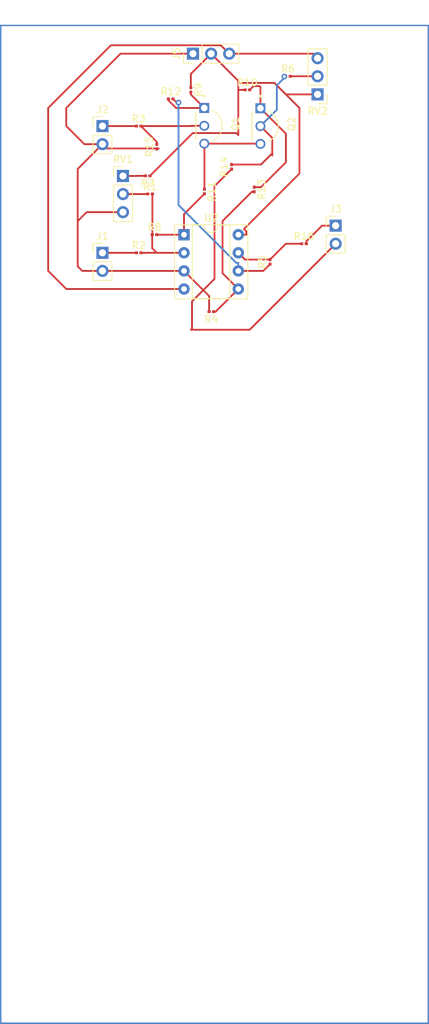
<source format=kicad_pcb>
(kicad_pcb (version 20221018) (generator pcbnew)
  (layers (0 "F.Cu" signal) (31 "B.Cu" signal) (34 "B.Paste" user) (35 "F.Paste" user) (36 "B.SilkS" user "B.Silkscreen") (37 "F.SilkS" user "F.Silkscreen") (38 "B.Mask" user) (39 "F.Mask" user) (44 "Edge.Cuts" user))
  (net 0 "")
  (net 1 "Net-(J1-Pin_1)")
  (net 2 "GND")
  (net 3 "Net-(Q1-Pad1)")
  (net 4 "Net-(Q1-Pad2)")
  (net 5 "Net-(Q1-Pad3)")
  (net 6 "Net-(Q2-Pad1)")
  (net 7 "Net-(Q2-Pad2)")
  (net 8 "Net-(R1-Pad1)")
  (net 9 "Net-(U2A--)")
  (net 10 "Net-(J2-Pin_1)")
  (net 11 "Net-(U2B-+)")
  (net 12 "Net-(U2B--)")
  (net 13 "Net-(R16-Pad1)")
  (net 14 "Net-(R6-Pad2)")
  (net 15 "+12V")
  (net 16 "Net-(R7-Pad2)")
  (net 17 "Net-(R11-Pad2)")
  (net 18 "Net-(J3-Pin_1)")
  (net 19 "-12V")
  (footprint "Package_DIP:DIP-8_W7.62mm_Socket" (layer "F.Cu") (at 115.58 68.58)
    (fp_text reference "U2" (at 3.81 -2.33) (layer "F.SilkS"))
    (fp_text value "TL072")
    (fp_line (start -1.33 -1.39) (end -1.33 9.01) (stroke (width 0.12)) (layer "F.SilkS"))
    (fp_line (start -1.33 9.01) (end 8.95 9.01) (stroke (width 0.12)) (layer "F.SilkS"))
    (fp_line (start 1.16 -1.33) (end 1.16 8.95) (stroke (width 0.12)) (layer "F.SilkS"))
    (fp_line (start 1.16 8.95) (end 6.46 8.95) (stroke (width 0.12)) (layer "F.SilkS"))
    (fp_line (start 2.81 -1.33) (end 1.16 -1.33) (stroke (width 0.12)) (layer "F.SilkS"))
    (fp_line (start 6.46 -1.33) (end 4.81 -1.33) (stroke (width 0.12)) (layer "F.SilkS"))
    (fp_line (start 6.46 8.95) (end 6.46 -1.33) (stroke (width 0.12)) (layer "F.SilkS"))
    (fp_line (start 8.95 -1.39) (end -1.33 -1.39) (stroke (width 0.12)) (layer "F.SilkS"))
    (fp_line (start 8.95 9.01) (end 8.95 -1.39) (stroke (width 0.12)) (layer "F.SilkS"))
    (fp_arc (start 4.81 -1.33) (mid 3.81 -0.33) (end 2.81 -1.33) (stroke (width 0.12)) (layer "F.SilkS"))
    (pad "1" thru_hole rect (at 0 0) (size 1.6 1.6) (drill 0.8) (layers "*.Cu" "*.Mask") (net 17 "Net-(R11-Pad2)"))
    (pad "2" thru_hole oval (at 0 2.54) (size 1.6 1.6) (drill 0.8) (layers "*.Cu" "*.Mask") (net 9 "Net-(U2A--)"))
    (pad "3" thru_hole oval (at 0 5.08) (size 1.6 1.6) (drill 0.8) (layers "*.Cu" "*.Mask") (net 2 "GND"))
    (pad "4" thru_hole oval (at 0 7.62) (size 1.6 1.6) (drill 0.8) (layers "*.Cu" "*.Mask") (net 19 "-12V"))
    (pad "5" thru_hole oval (at 7.62 7.62) (size 1.6 1.6) (drill 0.8) (layers "*.Cu" "*.Mask") (net 11 "Net-(U2B-+)"))
    (pad "6" thru_hole oval (at 7.62 5.08) (size 1.6 1.6) (drill 0.8) (layers "*.Cu" "*.Mask") (net 12 "Net-(U2B--)"))
    (pad "7" thru_hole oval (at 7.62 2.54) (size 1.6 1.6) (drill 0.8) (layers "*.Cu" "*.Mask") (net 13 "Net-(R16-Pad1)"))
    (pad "8" thru_hole oval (at 7.62 0) (size 1.6 1.6) (drill 0.8) (layers "*.Cu" "*.Mask") (net 15 "+12V"))
  )
  (footprint "BC548C:TO92250P510H770-3" (layer "F.Cu") (at 119.08 53.3 -90)
    (fp_text reference "Q1" (at -0.275 -3.735 90) (layer "F.SilkS"))
    (fp_text value "BC548C")
    (fp_line (start -1.92354 1.85) (end 1.92354 1.85) (stroke (width 0.127)) (layer "F.SilkS"))
    (fp_line (start -1.92354 1.85) (end 1.92354 1.85) (stroke (width 0.127)) (layer "F.SilkS"))
    (fp_arc (start -2.18501 -0.365001) (mid 0 -1.850002) (end 2.18501 -0.365) (stroke (width 0.127)) (layer "F.SilkS"))
    (fp_circle (center -4.2 0.655) (end -4.1 0.655) (stroke (width 0.2)) (fill none) (layer "F.SilkS"))
    (pad "1" thru_hole rect (at -2.5 0.655 270) (size 1.4 1.4) (drill 0.93) (layers "*.Cu" "*.Mask") (net 3 "Net-(Q1-Pad1)"))
    (pad "2" thru_hole circle (at 0 0.655 270) (size 1.4 1.4) (drill 0.93) (layers "*.Cu" "*.Mask") (net 4 "Net-(Q1-Pad2)"))
    (pad "3" thru_hole circle (at 2.5 0.655 270) (size 1.4 1.4) (drill 0.93) (layers "*.Cu" "*.Mask") (net 5 "Net-(Q1-Pad3)"))
  )
  (footprint "Resistor_SMD:R_0201_0603Metric" (layer "F.Cu") (at 124.48 48.26)
    (fp_text reference "R10" (at 0 -1.05) (layer "F.SilkS"))
    (fp_text value "20K")
    (pad "1" smd roundrect (at -0.32 0) (size 0.46 0.4) (layers "F.Cu" "F.Mask") (net 15 "+12V"))
    (pad "2" smd roundrect (at 0.32 0) (size 0.46 0.4) (layers "F.Cu" "F.Mask") (net 6 "Net-(Q2-Pad1)"))
  )
  (footprint "Connector_PinHeader_2.54mm:PinHeader_1x03_P2.54mm_Vertical" (layer "F.Cu") (at 134.32 48.895 180)
    (fp_text reference "RV2" (at 0 -2.33) (layer "F.SilkS"))
    (fp_text value "100K")
    (fp_line (start -1.33 -1.33) (end 0 -1.33) (stroke (width 0.12)) (layer "F.SilkS"))
    (fp_line (start -1.33 0) (end -1.33 -1.33) (stroke (width 0.12)) (layer "F.SilkS"))
    (fp_line (start -1.33 1.27) (end -1.33 6.41) (stroke (width 0.12)) (layer "F.SilkS"))
    (fp_line (start -1.33 1.27) (end 1.33 1.27) (stroke (width 0.12)) (layer "F.SilkS"))
    (fp_line (start -1.33 6.41) (end 1.33 6.41) (stroke (width 0.12)) (layer "F.SilkS"))
    (fp_line (start 1.33 1.27) (end 1.33 6.41) (stroke (width 0.12)) (layer "F.SilkS"))
    (pad "1" thru_hole rect (at 0 0 180) (size 1.7 1.7) (drill 1) (layers "*.Cu" "*.Mask") (net 15 "+12V"))
    (pad "2" thru_hole oval (at 0 2.54 180) (size 1.7 1.7) (drill 1) (layers "*.Cu" "*.Mask") (net 14 "Net-(R6-Pad2)"))
    (pad "3" thru_hole oval (at 0 5.08 180) (size 1.7 1.7) (drill 1) (layers "*.Cu" "*.Mask") (net 19 "-12V"))
  )
  (footprint "Resistor_SMD:R_0201_0603Metric" (layer "F.Cu") (at 122.255 59.055 90)
    (fp_text reference "R14" (at 0 -1.05 90) (layer "F.SilkS"))
    (fp_text value "100")
    (pad "1" smd roundrect (at -0.32 0 90) (size 0.46 0.4) (layers "F.Cu" "F.Mask") (net 2 "GND"))
    (pad "2" smd roundrect (at 0.32 0 90) (size 0.46 0.4) (layers "F.Cu" "F.Mask") (net 7 "Net-(Q2-Pad2)"))
  )
  (footprint "BC548C:TO92250P510H770-3" (layer "F.Cu") (at 126.96 53.34 -90)
    (fp_text reference "Q2" (at -0.275 -3.735 90) (layer "F.SilkS"))
    (fp_text value "BC548C")
    (fp_line (start -1.92354 1.85) (end 1.92354 1.85) (stroke (width 0.127)) (layer "F.SilkS"))
    (fp_line (start -1.92354 1.85) (end 1.92354 1.85) (stroke (width 0.127)) (layer "F.SilkS"))
    (fp_arc (start -2.18501 -0.365001) (mid 0 -1.850002) (end 2.18501 -0.365) (stroke (width 0.127)) (layer "F.SilkS"))
    (fp_circle (center -4.2 0.655) (end -4.1 0.655) (stroke (width 0.2)) (fill none) (layer "F.SilkS"))
    (pad "1" thru_hole rect (at -2.5 0.655 270) (size 1.4 1.4) (drill 0.93) (layers "*.Cu" "*.Mask") (net 6 "Net-(Q2-Pad1)"))
    (pad "2" thru_hole circle (at 0 0.655 270) (size 1.4 1.4) (drill 0.93) (layers "*.Cu" "*.Mask") (net 7 "Net-(Q2-Pad2)"))
    (pad "3" thru_hole circle (at 2.5 0.655 270) (size 1.4 1.4) (drill 0.93) (layers "*.Cu" "*.Mask") (net 5 "Net-(Q1-Pad3)"))
  )
  (footprint "Resistor_SMD:R_0201_0603Metric" (layer "F.Cu") (at 118.445 62.52 -90)
    (fp_text reference "R11" (at 0 -1.05 90) (layer "F.SilkS"))
    (fp_text value "10K")
    (pad "1" smd roundrect (at -0.32 0 270) (size 0.46 0.4) (layers "F.Cu" "F.Mask") (net 5 "Net-(Q1-Pad3)"))
    (pad "2" smd roundrect (at 0.32 0 270) (size 0.46 0.4) (layers "F.Cu" "F.Mask") (net 17 "Net-(R11-Pad2)"))
  )
  (footprint "Resistor_SMD:R_0201_0603Metric" (layer "F.Cu") (at 111.44 68.58)
    (fp_text reference "R8" (at 0 -1.05) (layer "F.SilkS"))
    (fp_text value "82K")
    (pad "1" smd roundrect (at -0.32 0) (size 0.46 0.4) (layers "F.Cu" "F.Mask") (net 9 "Net-(U2A--)"))
    (pad "2" smd roundrect (at 0.32 0) (size 0.46 0.4) (layers "F.Cu" "F.Mask") (net 17 "Net-(R11-Pad2)"))
  )
  (footprint "Resistor_SMD:R_0201_0603Metric" (layer "F.Cu") (at 132.415 69.85)
    (fp_text reference "R16" (at 0 -1.05) (layer "F.SilkS"))
    (fp_text value "1K")
    (pad "1" smd roundrect (at -0.32 0) (size 0.46 0.4) (layers "F.Cu" "F.Mask") (net 13 "Net-(R16-Pad1)"))
    (pad "2" smd roundrect (at 0.32 0) (size 0.46 0.4) (layers "F.Cu" "F.Mask") (net 18 "Net-(J3-Pin_1)"))
  )
  (footprint "Resistor_SMD:R_0201_0603Metric" (layer "F.Cu") (at 113.71 49.53)
    (fp_text reference "R12" (at 0 -1.05) (layer "F.SilkS"))
    (fp_text value "10K")
    (pad "1" smd roundrect (at -0.32 0) (size 0.46 0.4) (layers "F.Cu" "F.Mask") (net 3 "Net-(Q1-Pad1)"))
    (pad "2" smd roundrect (at 0.32 0) (size 0.46 0.4) (layers "F.Cu" "F.Mask") (net 12 "Net-(U2B--)"))
  )
  (footprint "Connector_PinHeader_2.54mm:PinHeader_1x03_P2.54mm_Vertical" (layer "F.Cu") (at 116.84 43.18 90)
    (fp_text reference "J5" (at 0 -2.33 90) (layer "F.SilkS"))
    (fp_text value "Conn_01x03_Socket")
    (fp_line (start -1.33 -1.33) (end 0 -1.33) (stroke (width 0.12)) (layer "F.SilkS"))
    (fp_line (start -1.33 0) (end -1.33 -1.33) (stroke (width 0.12)) (layer "F.SilkS"))
    (fp_line (start -1.33 1.27) (end -1.33 6.41) (stroke (width 0.12)) (layer "F.SilkS"))
    (fp_line (start -1.33 1.27) (end 1.33 1.27) (stroke (width 0.12)) (layer "F.SilkS"))
    (fp_line (start -1.33 6.41) (end 1.33 6.41) (stroke (width 0.12)) (layer "F.SilkS"))
    (fp_line (start 1.33 1.27) (end 1.33 6.41) (stroke (width 0.12)) (layer "F.SilkS"))
    (pad "1" thru_hole rect (at 0 0 90) (size 1.7 1.7) (drill 1) (layers "*.Cu" "*.Mask") (net 2 "GND"))
    (pad "2" thru_hole oval (at 0 2.54 90) (size 1.7 1.7) (drill 1) (layers "*.Cu" "*.Mask") (net 15 "+12V"))
    (pad "3" thru_hole oval (at 0 5.08 90) (size 1.7 1.7) (drill 1) (layers "*.Cu" "*.Mask") (net 19 "-12V"))
  )
  (footprint "Connector_PinHeader_2.54mm:PinHeader_1x02_P2.54mm_Vertical" (layer "F.Cu") (at 104.14 53.34)
    (fp_text reference "J2" (at 0 -2.33) (layer "F.SilkS"))
    (fp_text value "Conn_01x02_Socket")
    (fp_line (start -1.33 -1.33) (end 0 -1.33) (stroke (width 0.12)) (layer "F.SilkS"))
    (fp_line (start -1.33 0) (end -1.33 -1.33) (stroke (width 0.12)) (layer "F.SilkS"))
    (fp_line (start -1.33 1.27) (end -1.33 3.87) (stroke (width 0.12)) (layer "F.SilkS"))
    (fp_line (start -1.33 1.27) (end 1.33 1.27) (stroke (width 0.12)) (layer "F.SilkS"))
    (fp_line (start -1.33 3.87) (end 1.33 3.87) (stroke (width 0.12)) (layer "F.SilkS"))
    (fp_line (start 1.33 1.27) (end 1.33 3.87) (stroke (width 0.12)) (layer "F.SilkS"))
    (pad "1" thru_hole rect (at 0 0) (size 1.7 1.7) (drill 1) (layers "*.Cu" "*.Mask") (net 10 "Net-(J2-Pin_1)"))
    (pad "2" thru_hole oval (at 0 2.54) (size 1.7 1.7) (drill 1) (layers "*.Cu" "*.Mask") (net 2 "GND"))
  )
  (footprint "Connector_PinHeader_2.54mm:PinHeader_1x02_P2.54mm_Vertical" (layer "F.Cu") (at 104.14 71.12)
    (fp_text reference "J1" (at 0 -2.33) (layer "F.SilkS"))
    (fp_text value "Conn_01x02_Socket")
    (fp_line (start -1.33 -1.33) (end 0 -1.33) (stroke (width 0.12)) (layer "F.SilkS"))
    (fp_line (start -1.33 0) (end -1.33 -1.33) (stroke (width 0.12)) (layer "F.SilkS"))
    (fp_line (start -1.33 1.27) (end -1.33 3.87) (stroke (width 0.12)) (layer "F.SilkS"))
    (fp_line (start -1.33 1.27) (end 1.33 1.27) (stroke (width 0.12)) (layer "F.SilkS"))
    (fp_line (start -1.33 3.87) (end 1.33 3.87) (stroke (width 0.12)) (layer "F.SilkS"))
    (fp_line (start 1.33 1.27) (end 1.33 3.87) (stroke (width 0.12)) (layer "F.SilkS"))
    (pad "1" thru_hole rect (at 0 0) (size 1.7 1.7) (drill 1) (layers "*.Cu" "*.Mask") (net 1 "Net-(J1-Pin_1)"))
    (pad "2" thru_hole oval (at 0 2.54) (size 1.7 1.7) (drill 1) (layers "*.Cu" "*.Mask") (net 2 "GND"))
  )
  (footprint "Resistor_SMD:R_0201_0603Metric" (layer "F.Cu") (at 127.655 72.39 90)
    (fp_text reference "R5" (at 0 -1.05 90) (layer "F.SilkS"))
    (fp_text value "100K")
    (pad "1" smd roundrect (at -0.32 0 90) (size 0.46 0.4) (layers "F.Cu" "F.Mask") (net 12 "Net-(U2B--)"))
    (pad "2" smd roundrect (at 0.32 0 90) (size 0.46 0.4) (layers "F.Cu" "F.Mask") (net 13 "Net-(R16-Pad1)"))
  )
  (footprint "Resistor_SMD:R_0201_0603Metric" (layer "F.Cu") (at 110.48 60.325 180)
    (fp_text reference "R7" (at 0 -1.05) (layer "F.SilkS"))
    (fp_text value "20K")
    (pad "1" smd roundrect (at -0.32 0 180) (size 0.46 0.4) (layers "F.Cu" "F.Mask") (net 15 "+12V"))
    (pad "2" smd roundrect (at 0.32 0 180) (size 0.46 0.4) (layers "F.Cu" "F.Mask") (net 16 "Net-(R7-Pad2)"))
  )
  (footprint "Resistor_SMD:R_0201_0603Metric" (layer "F.Cu") (at 125.43 62.23 -90)
    (fp_text reference "R13" (at 0 -1.05 90) (layer "F.SilkS"))
    (fp_text value "10K")
    (pad "1" smd roundrect (at -0.32 0 270) (size 0.46 0.4) (layers "F.Cu" "F.Mask") (net 11 "Net-(U2B-+)"))
    (pad "2" smd roundrect (at 0.32 0 270) (size 0.46 0.4) (layers "F.Cu" "F.Mask") (net 6 "Net-(Q2-Pad1)"))
  )
  (footprint "Resistor_SMD:R_0201_0603Metric" (layer "F.Cu") (at 109.22 71.12)
    (fp_text reference "R2" (at 0 -1.05) (layer "F.SilkS"))
    (fp_text value "100K")
    (pad "1" smd roundrect (at -0.32 0) (size 0.46 0.4) (layers "F.Cu" "F.Mask") (net 1 "Net-(J1-Pin_1)"))
    (pad "2" smd roundrect (at 0.32 0) (size 0.46 0.4) (layers "F.Cu" "F.Mask") (net 9 "Net-(U2A--)"))
  )
  (footprint "Connector_PinHeader_2.54mm:PinHeader_1x02_P2.54mm_Vertical" (layer "F.Cu") (at 136.86 67.31)
    (fp_text reference "J3" (at 0 -2.33) (layer "F.SilkS"))
    (fp_text value "Conn_01x02_Socket")
    (fp_line (start -1.33 -1.33) (end 0 -1.33) (stroke (width 0.12)) (layer "F.SilkS"))
    (fp_line (start -1.33 0) (end -1.33 -1.33) (stroke (width 0.12)) (layer "F.SilkS"))
    (fp_line (start -1.33 1.27) (end -1.33 3.87) (stroke (width 0.12)) (layer "F.SilkS"))
    (fp_line (start -1.33 1.27) (end 1.33 1.27) (stroke (width 0.12)) (layer "F.SilkS"))
    (fp_line (start -1.33 3.87) (end 1.33 3.87) (stroke (width 0.12)) (layer "F.SilkS"))
    (fp_line (start 1.33 1.27) (end 1.33 3.87) (stroke (width 0.12)) (layer "F.SilkS"))
    (pad "1" thru_hole rect (at 0 0) (size 1.7 1.7) (drill 1) (layers "*.Cu" "*.Mask") (net 18 "Net-(J3-Pin_1)"))
    (pad "2" thru_hole oval (at 0 2.54) (size 1.7 1.7) (drill 1) (layers "*.Cu" "*.Mask") (net 2 "GND"))
  )
  (footprint "Resistor_SMD:R_0201_0603Metric" (layer "F.Cu") (at 110.825 62.865)
    (fp_text reference "R1" (at 0 -1.05) (layer "F.SilkS"))
    (fp_text value "100K")
    (pad "1" smd roundrect (at -0.32 0) (size 0.46 0.4) (layers "F.Cu" "F.Mask") (net 8 "Net-(R1-Pad1)"))
    (pad "2" smd roundrect (at 0.32 0) (size 0.46 0.4) (layers "F.Cu" "F.Mask") (net 9 "Net-(U2A--)"))
  )
  (footprint "Resistor_SMD:R_0201_0603Metric" (layer "F.Cu") (at 130.165 46.355)
    (fp_text reference "R6" (at 0 -1.05) (layer "F.SilkS"))
    (fp_text value "100K")
    (pad "1" smd roundrect (at -0.32 0) (size 0.46 0.4) (layers "F.Cu" "F.Mask") (net 7 "Net-(Q2-Pad2)"))
    (pad "2" smd roundrect (at 0.32 0) (size 0.46 0.4) (layers "F.Cu" "F.Mask") (net 14 "Net-(R6-Pad2)"))
  )
  (footprint "Resistor_SMD:R_0201_0603Metric" (layer "F.Cu") (at 116.54 48.26 -90)
    (fp_text reference "R9" (at 0 -1.05 90) (layer "F.SilkS"))
    (fp_text value "20K")
    (pad "1" smd roundrect (at -0.32 0 270) (size 0.46 0.4) (layers "F.Cu" "F.Mask") (net 15 "+12V"))
    (pad "2" smd roundrect (at 0.32 0 270) (size 0.46 0.4) (layers "F.Cu" "F.Mask") (net 3 "Net-(Q1-Pad1)"))
  )
  (footprint "Resistor_SMD:R_0201_0603Metric" (layer "F.Cu") (at 109.22 53.34)
    (fp_text reference "R3" (at 0 -1.05) (layer "F.SilkS"))
    (fp_text value "100K")
    (pad "1" smd roundrect (at -0.32 0) (size 0.46 0.4) (layers "F.Cu" "F.Mask") (net 10 "Net-(J2-Pin_1)"))
    (pad "2" smd roundrect (at 0.32 0) (size 0.46 0.4) (layers "F.Cu" "F.Mask") (net 4 "Net-(Q1-Pad2)"))
  )
  (footprint "Resistor_SMD:R_0201_0603Metric" (layer "F.Cu") (at 111.76 56.225 90)
    (fp_text reference "R15" (at 0 -1.05 90) (layer "F.SilkS"))
    (fp_text value "100")
    (pad "1" smd roundrect (at -0.32 0 90) (size 0.46 0.4) (layers "F.Cu" "F.Mask") (net 2 "GND"))
    (pad "2" smd roundrect (at 0.32 0 90) (size 0.46 0.4) (layers "F.Cu" "F.Mask") (net 4 "Net-(Q1-Pad2)"))
  )
  (footprint "Connector_PinHeader_2.54mm:PinHeader_1x03_P2.54mm_Vertical" (layer "F.Cu") (at 107.015 60.34)
    (fp_text reference "RV1" (at 0 -2.33) (layer "F.SilkS"))
    (fp_text value "100K")
    (fp_line (start -1.33 -1.33) (end 0 -1.33) (stroke (width 0.12)) (layer "F.SilkS"))
    (fp_line (start -1.33 0) (end -1.33 -1.33) (stroke (width 0.12)) (layer "F.SilkS"))
    (fp_line (start -1.33 1.27) (end -1.33 6.41) (stroke (width 0.12)) (layer "F.SilkS"))
    (fp_line (start -1.33 1.27) (end 1.33 1.27) (stroke (width 0.12)) (layer "F.SilkS"))
    (fp_line (start -1.33 6.41) (end 1.33 6.41) (stroke (width 0.12)) (layer "F.SilkS"))
    (fp_line (start 1.33 1.27) (end 1.33 6.41) (stroke (width 0.12)) (layer "F.SilkS"))
    (pad "1" thru_hole rect (at 0 0) (size 1.7 1.7) (drill 1) (layers "*.Cu" "*.Mask") (net 16 "Net-(R7-Pad2)"))
    (pad "2" thru_hole oval (at 0 2.54) (size 1.7 1.7) (drill 1) (layers "*.Cu" "*.Mask") (net 8 "Net-(R1-Pad1)"))
    (pad "3" thru_hole oval (at 0 5.08) (size 1.7 1.7) (drill 1) (layers "*.Cu" "*.Mask") (net 2 "GND"))
  )
  (footprint "Resistor_SMD:R_0201_0603Metric" (layer "F.Cu") (at 119.425 79.375 180)
    (fp_text reference "R4" (at 0 -1.05) (layer "F.SilkS"))
    (fp_text value "100K")
    (pad "1" smd roundrect (at -0.32 0 180) (size 0.46 0.4) (layers "F.Cu" "F.Mask") (net 11 "Net-(U2B-+)"))
    (pad "2" smd roundrect (at 0.32 0 180) (size 0.46 0.4) (layers "F.Cu" "F.Mask") (net 2 "GND"))
  )
  (gr_rect (start 89.86 39.22) (end 149.86 179.22) (stroke (width 0.2)) (fill none) (layer "B.Cu"))
  (segment (start 104.14 71.12) (end 108.9 71.12) (width 0.25) (layer "F.Cu") (net 1))
  (segment (start 116.84 43.18) (end 106.68 43.18) (width 0.25) (layer "F.Cu") (net 2))
  (segment (start 99.06 50.8) (end 99.06 53.34) (width 0.25) (layer "F.Cu") (net 2))
  (segment (start 122.255 59.375) (end 119.86 61.77) (width 0.25) (layer "F.Cu") (net 2))
  (segment (start 101.6 55.88) (end 104.14 55.88) (width 0.25) (layer "F.Cu") (net 2))
  (segment (start 104.14 73.66) (end 115.58 73.66) (width 0.25) (layer "F.Cu") (net 2))
  (segment (start 104.739 56.4786) (end 104.14 55.88) (width 0.25) (layer "F.Cu") (net 2))
  (segment (start 107.015 65.42) (end 101.92 65.42) (width 0.25) (layer "F.Cu") (net 2))
  (segment (start 119.105 79.375) (end 119.105 77.185) (width 0.25) (layer "F.Cu") (net 2))
  (segment (start 100.665 59.355) (end 100.665 66.675) (width 0.25) (layer "F.Cu") (net 2))
  (segment (start 101.92 65.42) (end 100.665 66.675) (width 0.25) (layer "F.Cu") (net 2))
  (segment (start 106.68 43.18) (end 99.06 50.8) (width 0.25) (layer "F.Cu") (net 2))
  (segment (start 116.705 77.94) (end 116.705 81.75) (width 0.25) (layer "F.Cu") (net 2))
  (segment (start 104.14 55.88) (end 100.665 59.355) (width 0.25) (layer "F.Cu") (net 2))
  (segment (start 101.3 73.66) (end 104.14 73.66) (width 0.25) (layer "F.Cu") (net 2))
  (segment (start 112.026 56.4786) (end 104.739 56.4786) (width 0.25) (layer "F.Cu") (net 2))
  (segment (start 119.86 74.785) (end 118.282 76.3625) (width 0.25) (layer "F.Cu") (net 2))
  (segment (start 124.795 81.915) (end 136.86 69.85) (width 0.25) (layer "F.Cu") (net 2))
  (segment (start 118.282 76.3625) (end 115.58 73.66) (width 0.25) (layer "F.Cu") (net 2))
  (segment (start 111.96 56.545) (end 112.026 56.4786) (width 0.25) (layer "F.Cu") (net 2))
  (segment (start 118.282 76.3625) (end 116.705 77.94) (width 0.25) (layer "F.Cu") (net 2))
  (segment (start 116.705 81.75) (end 116.54 81.915) (width 0.25) (layer "F.Cu") (net 2))
  (segment (start 100.665 73.025) (end 101.3 73.66) (width 0.25) (layer "F.Cu") (net 2))
  (segment (start 111.76 56.545) (end 111.96 56.545) (width 0.25) (layer "F.Cu") (net 2))
  (segment (start 116.54 81.915) (end 124.795 81.915) (width 0.25) (layer "F.Cu") (net 2))
  (segment (start 99.06 53.34) (end 101.6 55.88) (width 0.25) (layer "F.Cu") (net 2))
  (segment (start 119.86 61.77) (end 119.86 74.785) (width 0.25) (layer "F.Cu") (net 2))
  (segment (start 119.105 77.185) (end 118.282 76.3625) (width 0.25) (layer "F.Cu") (net 2))
  (segment (start 100.665 66.675) (end 100.665 73.025) (width 0.25) (layer "F.Cu") (net 2))
  (segment (start 113.39 49.73) (end 113.39 49.53) (width 0.25) (layer "F.Cu") (net 3))
  (segment (start 116.54 48.58) (end 116.54 48.915) (width 0.25) (layer "F.Cu") (net 3))
  (segment (start 116.54 48.915) (end 118.425 50.8) (width 0.25) (layer "F.Cu") (net 3))
  (segment (start 118.425 50.8) (end 114.46 50.8) (width 0.25) (layer "F.Cu") (net 3))
  (segment (start 114.46 50.8) (end 113.39 49.73) (width 0.25) (layer "F.Cu") (net 3))
  (segment (start 109.54 53.34) (end 116.54 53.34) (width 0.25) (layer "F.Cu") (net 4))
  (segment (start 116.84 53.3) (end 116.58 53.3) (width 0.25) (layer "F.Cu") (net 4))
  (segment (start 111.76 55.905) (end 111.76 55.56) (width 0.25) (layer "F.Cu") (net 4))
  (segment (start 111.76 55.56) (end 109.54 53.34) (width 0.25) (layer "F.Cu") (net 4))
  (segment (start 116.54 53.34) (end 116.8 53.34) (width 0.25) (layer "F.Cu") (net 4))
  (segment (start 118.425 53.3) (end 116.84 53.3) (width 0.25) (layer "F.Cu") (net 4))
  (segment (start 116.58 53.3) (end 116.54 53.34) (width 0.25) (layer "F.Cu") (net 4))
  (segment (start 116.8 53.34) (end 116.84 53.3) (width 0.25) (layer "F.Cu") (net 4))
  (segment (start 126.265 55.8) (end 126.305 55.84) (width 0.25) (layer "F.Cu") (net 5))
  (segment (start 118.445 62.2) (end 118.445 55.82) (width 0.25) (layer "F.Cu") (net 5))
  (segment (start 118.425 55.8) (end 126.265 55.8) (width 0.25) (layer "F.Cu") (net 5))
  (segment (start 118.445 55.82) (end 118.425 55.8) (width 0.25) (layer "F.Cu") (net 5))
  (segment (start 118.465 55.84) (end 118.425 55.8) (width 0.25) (layer "B.Cu") (net 5))
  (segment (start 126.385 61.91) (end 125.43 61.91) (width 0.25) (layer "F.Cu") (net 6))
  (segment (start 126.305 50.84) (end 129.875 54.41) (width 0.25) (layer "F.Cu") (net 6))
  (segment (start 125.325 47.735) (end 126.175 47.735) (width 0.25) (layer "F.Cu") (net 6))
  (segment (start 126.305 47.865) (end 126.305 50.185) (width 0.25) (layer "F.Cu") (net 6))
  (segment (start 129.875 58.42) (end 126.385 61.91) (width 0.25) (layer "F.Cu") (net 6))
  (segment (start 126.175 47.735) (end 126.305 47.865) (width 0.25) (layer "F.Cu") (net 6))
  (segment (start 124.8 48.26) (end 125.325 47.735) (width 0.25) (layer "F.Cu") (net 6))
  (segment (start 129.875 54.41) (end 129.875 58.42) (width 0.25) (layer "F.Cu") (net 6))
  (segment (start 126.305 50.185) (end 126.305 50.84) (width 0.25) (layer "F.Cu") (net 6))
  (segment (start 129.8045 46.3955) (end 129.845 46.355) (width 0.25) (layer "F.Cu") (net 7))
  (segment (start 126.305 53.34) (end 127.97 55.005) (width 0.25) (layer "F.Cu") (net 7))
  (segment (start 127.97 57.15) (end 127.97 57.465) (width 0.25) (layer "F.Cu") (net 7))
  (segment (start 127.97 57.15) (end 126.385 58.735) (width 0.25) (layer "F.Cu") (net 7))
  (segment (start 126.385 58.735) (end 122.255 58.735) (width 0.25) (layer "F.Cu") (net 7))
  (segment (start 127.97 55.005) (end 127.97 57.15) (width 0.25) (layer "F.Cu") (net 7))
  (segment (start 129.656 46.3955) (end 129.8045 46.3955) (width 0.25) (layer "F.Cu") (net 7))
  (via (at 129.656 46.3955) (size 0.8) (drill 0.4) (layers "F.Cu" "B.Cu") (net 7))
  (segment (start 126.305 53.34) (end 128.605 51.04) (width 0.25) (layer "B.Cu") (net 7))
  (segment (start 128.605 51.04) (end 128.605 47.625) (width 0.25) (layer "B.Cu") (net 7))
  (segment (start 129.875 46.355) (end 129.696 46.355) (width 0.25) (layer "B.Cu") (net 7))
  (segment (start 129.696 46.355) (end 129.656 46.3955) (width 0.25) (layer "B.Cu") (net 7))
  (segment (start 128.605 47.625) (end 129.875 46.355) (width 0.25) (layer "B.Cu") (net 7))
  (segment (start 110.49 62.88) (end 110.505 62.865) (width 0.25) (layer "F.Cu") (net 8))
  (segment (start 107.015 62.88) (end 110.49 62.88) (width 0.25) (layer "F.Cu") (net 8))
  (segment (start 111.12 70.48) (end 111.76 71.12) (width 0.25) (layer "F.Cu") (net 9))
  (segment (start 109.54 71.12) (end 111.76 71.12) (width 0.25) (layer "F.Cu") (net 9))
  (segment (start 111.12 68.58) (end 111.12 70.48) (width 0.25) (layer "F.Cu") (net 9))
  (segment (start 111.76 71.12) (end 115.58 71.12) (width 0.25) (layer "F.Cu") (net 9))
  (segment (start 111.145 68.555) (end 111.12 68.58) (width 0.25) (layer "F.Cu") (net 9))
  (segment (start 111.145 62.865) (end 111.145 68.555) (width 0.25) (layer "F.Cu") (net 9))
  (segment (start 104.14 53.34) (end 108.9 53.34) (width 0.25) (layer "F.Cu") (net 10))
  (segment (start 120.985 66.675) (end 120.985 73.985) (width 0.25) (layer "F.Cu") (net 11))
  (segment (start 125.11 62.55) (end 120.985 66.675) (width 0.25) (layer "F.Cu") (net 11))
  (segment (start 123.2 76.2) (end 120.025 79.375) (width 0.25) (layer "F.Cu") (net 11))
  (segment (start 120.025 79.375) (end 119.745 79.375) (width 0.25) (layer "F.Cu") (net 11))
  (segment (start 120.985 73.985) (end 123.2 76.2) (width 0.25) (layer "F.Cu") (net 11))
  (segment (start 125.43 62.55) (end 125.11 62.55) (width 0.25) (layer "F.Cu") (net 11))
  (segment (start 114.54 50.04) (end 114.8082 50.04) (width 0.25) (layer "F.Cu") (net 12))
  (segment (start 126.705 73.66) (end 127.655 72.71) (width 0.25) (layer "F.Cu") (net 12))
  (segment (start 123.2 73.66) (end 126.705 73.66) (width 0.25) (layer "F.Cu") (net 12))
  (segment (start 114.03 49.53) (end 114.54 50.04) (width 0.25) (layer "F.Cu") (net 12))
  (via (at 114.8082 50.04) (size 0.8) (drill 0.4) (layers "F.Cu" "B.Cu") (net 12))
  (segment (start 123.2 72.5331) (end 122.9183 72.5331) (width 0.25) (layer "B.Cu") (net 12))
  (segment (start 114.8082 64.423) (end 114.8082 50.04) (width 0.25) (layer "B.Cu") (net 12))
  (segment (start 122.9183 72.5331) (end 114.8082 64.423) (width 0.25) (layer "B.Cu") (net 12))
  (segment (start 123.2 73.66) (end 123.2 72.5331) (width 0.25) (layer "B.Cu") (net 12))
  (segment (start 127.655 72.07) (end 129.875 69.85) (width 0.25) (layer "F.Cu") (net 13))
  (segment (start 127.655 72.07) (end 124.15 72.07) (width 0.25) (layer "F.Cu") (net 13))
  (segment (start 124.15 72.07) (end 123.2 71.12) (width 0.25) (layer "F.Cu") (net 13))
  (segment (start 129.875 69.85) (end 132.095 69.85) (width 0.25) (layer "F.Cu") (net 13))
  (segment (start 130.485 46.355) (end 134.32 46.355) (width 0.25) (layer "F.Cu") (net 14))
  (segment (start 129.875 48.895) (end 129.24 48.26) (width 0.25) (layer "F.Cu") (net 15))
  (segment (start 122.91 54.3199) (end 123.2 54.61) (width 0.25) (layer "F.Cu") (net 15))
  (segment (start 110.8 60.325) (end 116.805 54.3199) (width 0.25) (layer "F.Cu") (net 15))
  (segment (start 119.38 43.18) (end 116.54 46.02) (width 0.25) (layer "F.Cu") (net 15))
  (segment (start 123.2 47) (end 123.485 47.285) (width 0.25) (layer "F.Cu") (net 15))
  (segment (start 116.805 54.3199) (end 122.91 54.3199) (width 0.25) (layer "F.Cu") (net 15))
  (segment (start 124.3269 68.1114) (end 123.998 67.7825) (width 0.25) (layer "F.Cu") (net 15))
  (segment (start 116.54 46.02) (end 116.54 47.94) (width 0.25) (layer "F.Cu") (net 15))
  (segment (start 129.24 48.26) (end 129.875 48.895) (width 0.25) (layer "F.Cu") (net 15))
  (segment (start 119.38 43.18) (end 123.2 47) (width 0.25) (layer "F.Cu") (net 15))
  (segment (start 129.875 48.895) (end 131.78 50.8) (width 0.25) (layer "F.Cu") (net 15))
  (segment (start 123.2 54.61) (end 123.2 48.26) (width 0.25) (layer "F.Cu") (net 15))
  (segment (start 131.78 60) (end 123.998 67.7825) (width 0.25) (layer "F.Cu") (net 15))
  (segment (start 123.2 68.58) (end 124.3269 68.58) (width 0.25) (layer "F.Cu") (net 15))
  (segment (start 128.265 47.285) (end 129.24 48.26) (width 0.25) (layer "F.Cu") (net 15))
  (segment (start 119.38 43.18) (end 123.2 47) (width 0.25) (layer "F.Cu") (net 15))
  (segment (start 123.2 48.26) (end 124.16 48.26) (width 0.25) (layer "F.Cu") (net 15))
  (segment (start 123.485 47.285) (end 128.265 47.285) (width 0.25) (layer "F.Cu") (net 15))
  (segment (start 134.32 48.895) (end 129.875 48.895) (width 0.25) (layer "F.Cu") (net 15))
  (segment (start 123.2 47) (end 123.2 48.26) (width 0.25) (layer "F.Cu") (net 15))
  (segment (start 131.78 50.8) (end 131.78 60) (width 0.25) (layer "F.Cu") (net 15))
  (segment (start 124.3269 68.58) (end 124.3269 68.1114) (width 0.25) (layer "F.Cu") (net 15))
  (segment (start 108.905 60.34) (end 108.92 60.325) (width 0.25) (layer "F.Cu") (net 16))
  (segment (start 107.015 60.34) (end 108.905 60.34) (width 0.25) (layer "F.Cu") (net 16))
  (segment (start 108.92 60.325) (end 110.16 60.325) (width 0.25) (layer "F.Cu") (net 16))
  (segment (start 115.58 68.58) (end 115.58 65.705) (width 0.25) (layer "F.Cu") (net 17))
  (segment (start 111.76 68.58) (end 115.58 68.58) (width 0.25) (layer "F.Cu") (net 17))
  (segment (start 115.58 65.705) (end 118.445 62.84) (width 0.25) (layer "F.Cu") (net 17))
  (segment (start 132.735 69.53) (end 134.955 67.31) (width 0.25) (layer "F.Cu") (net 18))
  (segment (start 134.955 67.31) (end 136.86 67.31) (width 0.25) (layer "F.Cu") (net 18))
  (segment (start 132.735 69.85) (end 132.735 69.53) (width 0.25) (layer "F.Cu") (net 18))
  (segment (start 121.92 43.18) (end 133.685 43.18) (width 0.25) (layer "F.Cu") (net 19))
  (segment (start 120.745 42.005) (end 121.92 43.18) (width 0.25) (layer "F.Cu") (net 19))
  (segment (start 115.58 76.2) (end 99.06 76.2) (width 0.25) (layer "F.Cu") (net 19))
  (segment (start 96.52 50.8) (end 105.315 42.005) (width 0.25) (layer "F.Cu") (net 19))
  (segment (start 105.315 42.005) (end 120.745 42.005) (width 0.25) (layer "F.Cu") (net 19))
  (segment (start 99.06 76.2) (end 96.52 73.66) (width 0.25) (layer "F.Cu") (net 19))
  (segment (start 133.685 43.18) (end 134.32 43.815) (width 0.25) (layer "F.Cu") (net 19))
  (segment (start 96.52 73.66) (end 96.52 50.8) (width 0.25) (layer "F.Cu") (net 19))
)
</source>
